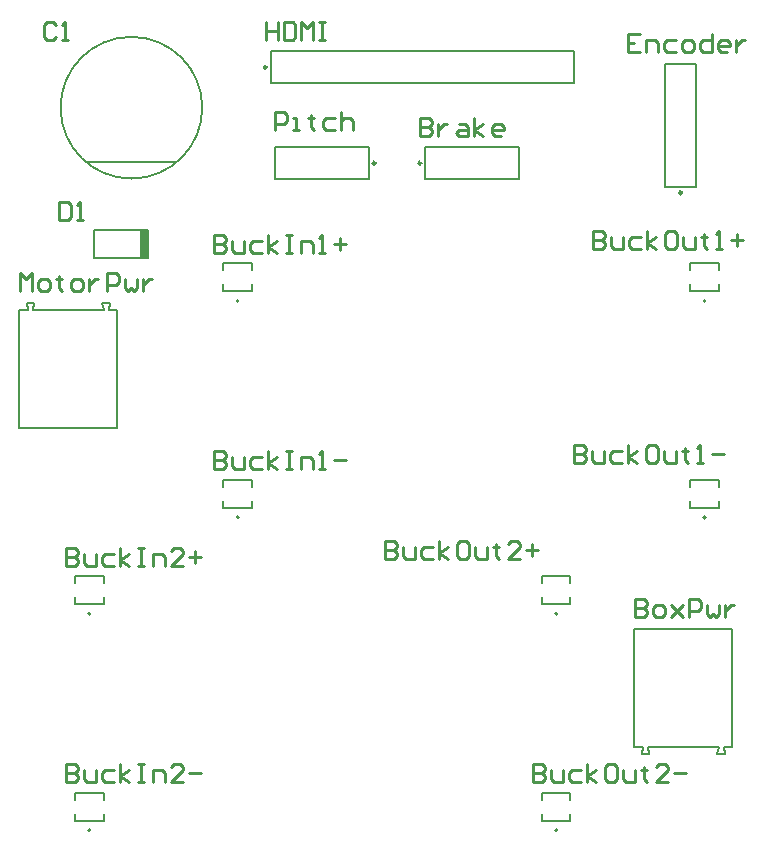
<source format=gbr>
%TF.GenerationSoftware,Altium Limited,Altium Designer,24.10.1 (45)*%
G04 Layer_Color=65535*
%FSLAX45Y45*%
%MOMM*%
%TF.SameCoordinates,0FFDF30E-0F8A-4EF6-B442-501BBF81013B*%
%TF.FilePolarity,Positive*%
%TF.FileFunction,Legend,Top*%
%TF.Part,Single*%
G01*
G75*
%TA.AperFunction,NonConductor*%
%ADD21C,0.25400*%
%ADD22C,0.25000*%
%ADD23C,0.20000*%
%ADD24C,0.15000*%
%ADD25R,0.66602X2.36000*%
D21*
X2252980Y6990031D02*
Y6837680D01*
Y6913855D01*
X2354547D01*
Y6990031D01*
Y6837680D01*
X2405331Y6990031D02*
Y6837680D01*
X2481506D01*
X2506898Y6863072D01*
Y6964639D01*
X2481506Y6990031D01*
X2405331D01*
X2557681Y6837680D02*
Y6990031D01*
X2608465Y6939247D01*
X2659249Y6990031D01*
Y6837680D01*
X2710032Y6990031D02*
X2760816D01*
X2735424D01*
Y6837680D01*
X2710032D01*
X2760816D01*
X2336907Y6070625D02*
Y6222975D01*
X2413082D01*
X2438474Y6197583D01*
Y6146800D01*
X2413082Y6121408D01*
X2336907D01*
X2489258Y6070625D02*
X2540041D01*
X2514650D01*
Y6172192D01*
X2489258D01*
X2641608Y6197583D02*
Y6172192D01*
X2616217D01*
X2667000D01*
X2641608D01*
Y6096017D01*
X2667000Y6070625D01*
X2844743Y6172192D02*
X2768567D01*
X2743175Y6146800D01*
Y6096017D01*
X2768567Y6070625D01*
X2844743D01*
X2895526Y6222975D02*
Y6070625D01*
Y6146800D01*
X2920918Y6172192D01*
X2971701D01*
X2997093Y6146800D01*
Y6070625D01*
X563880Y2534871D02*
Y2382520D01*
X640055D01*
X665447Y2407912D01*
Y2433303D01*
X640055Y2458695D01*
X563880D01*
X640055D01*
X665447Y2484087D01*
Y2509479D01*
X640055Y2534871D01*
X563880D01*
X716231Y2484087D02*
Y2407912D01*
X741623Y2382520D01*
X817798D01*
Y2484087D01*
X970149D02*
X893973D01*
X868581Y2458695D01*
Y2407912D01*
X893973Y2382520D01*
X970149D01*
X1020932D02*
Y2534871D01*
Y2433303D02*
X1097108Y2484087D01*
X1020932Y2433303D02*
X1097108Y2382520D01*
X1173283Y2534871D02*
X1224066D01*
X1198675D01*
Y2382520D01*
X1173283D01*
X1224066D01*
X1300242D02*
Y2484087D01*
X1376417D01*
X1401809Y2458695D01*
Y2382520D01*
X1554160D02*
X1452592D01*
X1554160Y2484087D01*
Y2509479D01*
X1528768Y2534871D01*
X1477984D01*
X1452592Y2509479D01*
X1604943Y2458695D02*
X1706510D01*
X1655727Y2509479D02*
Y2407912D01*
X563880Y700991D02*
Y548640D01*
X640055D01*
X665447Y574032D01*
Y599423D01*
X640055Y624815D01*
X563880D01*
X640055D01*
X665447Y650207D01*
Y675599D01*
X640055Y700991D01*
X563880D01*
X716231Y650207D02*
Y574032D01*
X741623Y548640D01*
X817798D01*
Y650207D01*
X970149D02*
X893973D01*
X868581Y624815D01*
Y574032D01*
X893973Y548640D01*
X970149D01*
X1020932D02*
Y700991D01*
Y599423D02*
X1097108Y650207D01*
X1020932Y599423D02*
X1097108Y548640D01*
X1173283Y700991D02*
X1224066D01*
X1198675D01*
Y548640D01*
X1173283D01*
X1224066D01*
X1300242D02*
Y650207D01*
X1376417D01*
X1401809Y624815D01*
Y548640D01*
X1554160D02*
X1452592D01*
X1554160Y650207D01*
Y675599D01*
X1528768Y700991D01*
X1477984D01*
X1452592Y675599D01*
X1604943Y624815D02*
X1706510D01*
X482600Y6959583D02*
X457208Y6984975D01*
X406425D01*
X381033Y6959583D01*
Y6858017D01*
X406425Y6832625D01*
X457208D01*
X482600Y6858017D01*
X533384Y6832625D02*
X584167D01*
X558776D01*
Y6984975D01*
X533384Y6959583D01*
X1818640Y5184091D02*
Y5031740D01*
X1894815D01*
X1920207Y5057132D01*
Y5082523D01*
X1894815Y5107915D01*
X1818640D01*
X1894815D01*
X1920207Y5133307D01*
Y5158699D01*
X1894815Y5184091D01*
X1818640D01*
X1970991Y5133307D02*
Y5057132D01*
X1996383Y5031740D01*
X2072558D01*
Y5133307D01*
X2224909D02*
X2148733D01*
X2123341Y5107915D01*
Y5057132D01*
X2148733Y5031740D01*
X2224909D01*
X2275692D02*
Y5184091D01*
Y5082523D02*
X2351868Y5133307D01*
X2275692Y5082523D02*
X2351868Y5031740D01*
X2428043Y5184091D02*
X2478826D01*
X2453435D01*
Y5031740D01*
X2428043D01*
X2478826D01*
X2555002D02*
Y5133307D01*
X2631177D01*
X2656569Y5107915D01*
Y5031740D01*
X2707352D02*
X2758136D01*
X2732744D01*
Y5184091D01*
X2707352Y5158699D01*
X2834311Y5107915D02*
X2935879D01*
X2885095Y5158699D02*
Y5057132D01*
X1818640Y3350211D02*
Y3197860D01*
X1894815D01*
X1920207Y3223252D01*
Y3248643D01*
X1894815Y3274035D01*
X1818640D01*
X1894815D01*
X1920207Y3299427D01*
Y3324819D01*
X1894815Y3350211D01*
X1818640D01*
X1970991Y3299427D02*
Y3223252D01*
X1996383Y3197860D01*
X2072558D01*
Y3299427D01*
X2224909D02*
X2148733D01*
X2123341Y3274035D01*
Y3223252D01*
X2148733Y3197860D01*
X2224909D01*
X2275692D02*
Y3350211D01*
Y3248643D02*
X2351868Y3299427D01*
X2275692Y3248643D02*
X2351868Y3197860D01*
X2428043Y3350211D02*
X2478826D01*
X2453435D01*
Y3197860D01*
X2428043D01*
X2478826D01*
X2555002D02*
Y3299427D01*
X2631177D01*
X2656569Y3274035D01*
Y3197860D01*
X2707352D02*
X2758136D01*
X2732744D01*
Y3350211D01*
X2707352Y3324819D01*
X2834311Y3274035D02*
X2935879D01*
X508000Y5463491D02*
Y5311140D01*
X584175D01*
X609567Y5336532D01*
Y5438099D01*
X584175Y5463491D01*
X508000D01*
X660351Y5311140D02*
X711134D01*
X685743D01*
Y5463491D01*
X660351Y5438099D01*
X3561080Y6177231D02*
Y6024880D01*
X3637255D01*
X3662647Y6050272D01*
Y6075663D01*
X3637255Y6101055D01*
X3561080D01*
X3637255D01*
X3662647Y6126447D01*
Y6151839D01*
X3637255Y6177231D01*
X3561080D01*
X3713431Y6126447D02*
Y6024880D01*
Y6075663D01*
X3738823Y6101055D01*
X3764214Y6126447D01*
X3789606D01*
X3891173D02*
X3941957D01*
X3967349Y6101055D01*
Y6024880D01*
X3891173D01*
X3865781Y6050272D01*
X3891173Y6075663D01*
X3967349D01*
X4018132Y6024880D02*
Y6177231D01*
Y6075663D02*
X4094308Y6126447D01*
X4018132Y6075663D02*
X4094308Y6024880D01*
X4246658D02*
X4195875D01*
X4170483Y6050272D01*
Y6101055D01*
X4195875Y6126447D01*
X4246658D01*
X4272050Y6101055D01*
Y6075663D01*
X4170483D01*
X4516120Y700991D02*
Y548640D01*
X4592295D01*
X4617687Y574032D01*
Y599423D01*
X4592295Y624815D01*
X4516120D01*
X4592295D01*
X4617687Y650207D01*
Y675599D01*
X4592295Y700991D01*
X4516120D01*
X4668471Y650207D02*
Y574032D01*
X4693863Y548640D01*
X4770038D01*
Y650207D01*
X4922389D02*
X4846213D01*
X4820821Y624815D01*
Y574032D01*
X4846213Y548640D01*
X4922389D01*
X4973172D02*
Y700991D01*
Y599423D02*
X5049348Y650207D01*
X4973172Y599423D02*
X5049348Y548640D01*
X5201698Y700991D02*
X5150915D01*
X5125523Y675599D01*
Y574032D01*
X5150915Y548640D01*
X5201698D01*
X5227090Y574032D01*
Y675599D01*
X5201698Y700991D01*
X5277874Y650207D02*
Y574032D01*
X5303265Y548640D01*
X5379441D01*
Y650207D01*
X5455616Y675599D02*
Y650207D01*
X5430224D01*
X5481008D01*
X5455616D01*
Y574032D01*
X5481008Y548640D01*
X5658750D02*
X5557183D01*
X5658750Y650207D01*
Y675599D01*
X5633359Y700991D01*
X5582575D01*
X5557183Y675599D01*
X5709534Y624815D02*
X5811101D01*
X3264110Y2590775D02*
Y2438425D01*
X3340285D01*
X3365677Y2463817D01*
Y2489208D01*
X3340285Y2514600D01*
X3264110D01*
X3340285D01*
X3365677Y2539992D01*
Y2565383D01*
X3340285Y2590775D01*
X3264110D01*
X3416460Y2539992D02*
Y2463817D01*
X3441852Y2438425D01*
X3518028D01*
Y2539992D01*
X3670378D02*
X3594203D01*
X3568811Y2514600D01*
Y2463817D01*
X3594203Y2438425D01*
X3670378D01*
X3721162D02*
Y2590775D01*
Y2489208D02*
X3797337Y2539992D01*
X3721162Y2489208D02*
X3797337Y2438425D01*
X3949688Y2590775D02*
X3898904D01*
X3873512Y2565383D01*
Y2463817D01*
X3898904Y2438425D01*
X3949688D01*
X3975080Y2463817D01*
Y2565383D01*
X3949688Y2590775D01*
X4025863Y2539992D02*
Y2463817D01*
X4051255Y2438425D01*
X4127430D01*
Y2539992D01*
X4203606Y2565383D02*
Y2539992D01*
X4178214D01*
X4228997D01*
X4203606D01*
Y2463817D01*
X4228997Y2438425D01*
X4406740D02*
X4305173D01*
X4406740Y2539992D01*
Y2565383D01*
X4381348Y2590775D01*
X4330565D01*
X4305173Y2565383D01*
X4457523Y2514600D02*
X4559091D01*
X4508307Y2565383D02*
Y2463817D01*
X4864305Y3403575D02*
Y3251225D01*
X4940481D01*
X4965873Y3276617D01*
Y3302008D01*
X4940481Y3327400D01*
X4864305D01*
X4940481D01*
X4965873Y3352792D01*
Y3378183D01*
X4940481Y3403575D01*
X4864305D01*
X5016656Y3352792D02*
Y3276617D01*
X5042048Y3251225D01*
X5118223D01*
Y3352792D01*
X5270574D02*
X5194399D01*
X5169007Y3327400D01*
Y3276617D01*
X5194399Y3251225D01*
X5270574D01*
X5321358D02*
Y3403575D01*
Y3302008D02*
X5397533Y3352792D01*
X5321358Y3302008D02*
X5397533Y3251225D01*
X5549884Y3403575D02*
X5499100D01*
X5473708Y3378183D01*
Y3276617D01*
X5499100Y3251225D01*
X5549884D01*
X5575276Y3276617D01*
Y3378183D01*
X5549884Y3403575D01*
X5626059Y3352792D02*
Y3276617D01*
X5651451Y3251225D01*
X5727626D01*
Y3352792D01*
X5803802Y3378183D02*
Y3352792D01*
X5778410D01*
X5829193D01*
X5803802D01*
Y3276617D01*
X5829193Y3251225D01*
X5905369D02*
X5956152D01*
X5930761D01*
Y3403575D01*
X5905369Y3378183D01*
X6032328Y3327400D02*
X6133895D01*
X5029405Y5219675D02*
Y5067325D01*
X5105581D01*
X5130973Y5092717D01*
Y5118108D01*
X5105581Y5143500D01*
X5029405D01*
X5105581D01*
X5130973Y5168892D01*
Y5194283D01*
X5105581Y5219675D01*
X5029405D01*
X5181756Y5168892D02*
Y5092717D01*
X5207148Y5067325D01*
X5283323D01*
Y5168892D01*
X5435674D02*
X5359499D01*
X5334107Y5143500D01*
Y5092717D01*
X5359499Y5067325D01*
X5435674D01*
X5486458D02*
Y5219675D01*
Y5118108D02*
X5562633Y5168892D01*
X5486458Y5118108D02*
X5562633Y5067325D01*
X5714984Y5219675D02*
X5664200D01*
X5638808Y5194283D01*
Y5092717D01*
X5664200Y5067325D01*
X5714984D01*
X5740376Y5092717D01*
Y5194283D01*
X5714984Y5219675D01*
X5791159Y5168892D02*
Y5092717D01*
X5816551Y5067325D01*
X5892726D01*
Y5168892D01*
X5968902Y5194283D02*
Y5168892D01*
X5943510D01*
X5994293D01*
X5968902D01*
Y5092717D01*
X5994293Y5067325D01*
X6070469D02*
X6121252D01*
X6095861D01*
Y5219675D01*
X6070469Y5194283D01*
X6197428Y5143500D02*
X6298995D01*
X6248211Y5194283D02*
Y5092717D01*
X172720Y4709160D02*
Y4861511D01*
X223503Y4810727D01*
X274287Y4861511D01*
Y4709160D01*
X350463D02*
X401246D01*
X426638Y4734552D01*
Y4785335D01*
X401246Y4810727D01*
X350463D01*
X325071Y4785335D01*
Y4734552D01*
X350463Y4709160D01*
X502813Y4836119D02*
Y4810727D01*
X477421D01*
X528205D01*
X502813D01*
Y4734552D01*
X528205Y4709160D01*
X629772D02*
X680556D01*
X705948Y4734552D01*
Y4785335D01*
X680556Y4810727D01*
X629772D01*
X604380Y4785335D01*
Y4734552D01*
X629772Y4709160D01*
X756731Y4810727D02*
Y4709160D01*
Y4759943D01*
X782123Y4785335D01*
X807515Y4810727D01*
X832906D01*
X909082Y4709160D02*
Y4861511D01*
X985257D01*
X1010649Y4836119D01*
Y4785335D01*
X985257Y4759943D01*
X909082D01*
X1061432Y4810727D02*
Y4734552D01*
X1086824Y4709160D01*
X1112216Y4734552D01*
X1137608Y4709160D01*
X1163000Y4734552D01*
Y4810727D01*
X1213783D02*
Y4709160D01*
Y4759943D01*
X1239175Y4785335D01*
X1264567Y4810727D01*
X1289959D01*
X5423028Y6883375D02*
X5321460D01*
Y6731025D01*
X5423028D01*
X5321460Y6807200D02*
X5372244D01*
X5473811Y6731025D02*
Y6832592D01*
X5549986D01*
X5575378Y6807200D01*
Y6731025D01*
X5727729Y6832592D02*
X5651554D01*
X5626162Y6807200D01*
Y6756417D01*
X5651554Y6731025D01*
X5727729D01*
X5803904D02*
X5854688D01*
X5880080Y6756417D01*
Y6807200D01*
X5854688Y6832592D01*
X5803904D01*
X5778512Y6807200D01*
Y6756417D01*
X5803904Y6731025D01*
X6032430Y6883375D02*
Y6731025D01*
X5956255D01*
X5930863Y6756417D01*
Y6807200D01*
X5956255Y6832592D01*
X6032430D01*
X6159389Y6731025D02*
X6108606D01*
X6083214Y6756417D01*
Y6807200D01*
X6108606Y6832592D01*
X6159389D01*
X6184781Y6807200D01*
Y6781808D01*
X6083214D01*
X6235565Y6832592D02*
Y6731025D01*
Y6781808D01*
X6260956Y6807200D01*
X6286348Y6832592D01*
X6311740D01*
X5379720Y2097991D02*
Y1945640D01*
X5455895D01*
X5481287Y1971032D01*
Y1996423D01*
X5455895Y2021815D01*
X5379720D01*
X5455895D01*
X5481287Y2047207D01*
Y2072599D01*
X5455895Y2097991D01*
X5379720D01*
X5557463Y1945640D02*
X5608246D01*
X5633638Y1971032D01*
Y2021815D01*
X5608246Y2047207D01*
X5557463D01*
X5532071Y2021815D01*
Y1971032D01*
X5557463Y1945640D01*
X5684421Y2047207D02*
X5785989Y1945640D01*
X5735205Y1996423D01*
X5785989Y2047207D01*
X5684421Y1945640D01*
X5836772D02*
Y2097991D01*
X5912948D01*
X5938339Y2072599D01*
Y2021815D01*
X5912948Y1996423D01*
X5836772D01*
X5989123Y2047207D02*
Y1971032D01*
X6014515Y1945640D01*
X6039906Y1971032D01*
X6065298Y1945640D01*
X6090690Y1971032D01*
Y2047207D01*
X6141474D02*
Y1945640D01*
Y1996423D01*
X6166865Y2021815D01*
X6192257Y2047207D01*
X6217649D01*
D22*
X2263900Y6604000D02*
G03*
X2263900Y6604000I-12500J0D01*
G01*
X3184000Y5791200D02*
G03*
X3184000Y5791200I-12500J0D01*
G01*
X3572000D02*
G03*
X3572000Y5791200I-12500J0D01*
G01*
X5778300Y5540700D02*
G03*
X5778300Y5540700I-12500J0D01*
G01*
D23*
X772000Y1976780D02*
G03*
X772000Y1976780I-10000J0D01*
G01*
Y142900D02*
G03*
X772000Y142900I-10000J0D01*
G01*
X2026760Y4626000D02*
G03*
X2026760Y4626000I-10000J0D01*
G01*
Y2792120D02*
G03*
X2026760Y2792120I-10000J0D01*
G01*
X4724240Y142900D02*
G03*
X4724240Y142900I-10000J0D01*
G01*
Y1976780D02*
G03*
X4724240Y1976780I-10000J0D01*
G01*
X5979000Y2792120D02*
G03*
X5979000Y2792120I-10000J0D01*
G01*
Y4626000D02*
G03*
X5979000Y4626000I-10000J0D01*
G01*
X2296400Y6469500D02*
X4866400D01*
X2296400D02*
Y6738500D01*
X4866400D01*
Y6469500D02*
Y6738500D01*
X2334500Y5925700D02*
X3126500D01*
Y5656700D02*
Y5925700D01*
X2334500Y5656700D02*
X3126500D01*
X2334500D02*
Y5925700D01*
X642000Y2296780D02*
X882000D01*
Y2237280D02*
Y2296780D01*
X642000Y2237280D02*
Y2296780D01*
Y2056780D02*
X882000D01*
Y2116280D01*
X642000Y2056780D02*
Y2116280D01*
Y462900D02*
X882000D01*
Y403400D02*
Y462900D01*
X642000Y403400D02*
Y462900D01*
Y222900D02*
X882000D01*
Y282400D01*
X642000Y222900D02*
Y282400D01*
X745600Y5801100D02*
X1489600D01*
X1896760Y4706000D02*
Y4765500D01*
X2136760Y4706000D02*
Y4765500D01*
X1896760Y4706000D02*
X2136760D01*
X1896760Y4886500D02*
Y4946000D01*
X2136760Y4886500D02*
Y4946000D01*
X1896760D02*
X2136760D01*
X1896760Y3112120D02*
X2136760D01*
Y3052620D02*
Y3112120D01*
X1896760Y3052620D02*
Y3112120D01*
Y2872120D02*
X2136760D01*
Y2931620D01*
X1896760Y2872120D02*
Y2931620D01*
X796950Y5223400D02*
X1260450D01*
Y4987400D02*
Y5223400D01*
X796950Y4987400D02*
X1260450D01*
X796950D02*
Y5223400D01*
X3604500Y5656700D02*
X4396500D01*
X3604500D02*
Y5925700D01*
X4396500D01*
Y5656700D02*
Y5925700D01*
X4594240Y462900D02*
X4834240D01*
Y403400D02*
Y462900D01*
X4594240Y403400D02*
Y462900D01*
Y222900D02*
X4834240D01*
Y282400D01*
X4594240Y222900D02*
Y282400D01*
Y2056780D02*
Y2116280D01*
X4834240Y2056780D02*
Y2116280D01*
X4594240Y2056780D02*
X4834240D01*
X4594240Y2237280D02*
Y2296780D01*
X4834240Y2237280D02*
Y2296780D01*
X4594240D02*
X4834240D01*
X5849000Y2872120D02*
Y2931620D01*
X6089000Y2872120D02*
Y2931620D01*
X5849000Y2872120D02*
X6089000D01*
X5849000Y3052620D02*
Y3112120D01*
X6089000Y3052620D02*
Y3112120D01*
X5849000D02*
X6089000D01*
X5849000Y4706000D02*
Y4765500D01*
X6089000Y4706000D02*
Y4765500D01*
X5849000Y4706000D02*
X6089000D01*
X5849000Y4886500D02*
Y4946000D01*
X6089000Y4886500D02*
Y4946000D01*
X5849000D02*
X6089000D01*
X284200Y4551300D02*
X884200D01*
X169200D02*
X244200D01*
X284200D02*
X296700Y4611300D01*
X231700D02*
X244200Y4551300D01*
X231700Y4611300D02*
X296700D01*
X924200Y4551300D02*
X999200D01*
X924200D02*
X936700Y4611300D01*
X871700D02*
X884200Y4551300D01*
X871700Y4611300D02*
X936700D01*
X169200Y3551301D02*
X999200D01*
X169200D02*
Y4551300D01*
X999200Y3551301D02*
Y4551300D01*
X5631300Y6631700D02*
X5900300D01*
X5631300Y5585700D02*
Y6631700D01*
Y5585700D02*
X5900300D01*
Y6631700D01*
X5491200Y846200D02*
X6091200D01*
X6131200D02*
X6206200D01*
X6078700Y786200D02*
X6091200Y846200D01*
X6131200D02*
X6143700Y786200D01*
X6078700D02*
X6143700D01*
X5376200Y846200D02*
X5451200D01*
X5438700Y786200D02*
X5451200Y846200D01*
X5491200D02*
X5503700Y786200D01*
X5438700D02*
X5503700D01*
X5376200Y1846199D02*
X6206200D01*
Y846200D02*
Y1846199D01*
X5376200Y846200D02*
Y1846199D01*
D24*
X1717600Y6261100D02*
G03*
X1717600Y6261100I-600000J0D01*
G01*
D25*
X1227101Y5105400D02*
D03*
%TF.MD5,671da1846d6e30bc36ec357f043b135e*%
M02*

</source>
